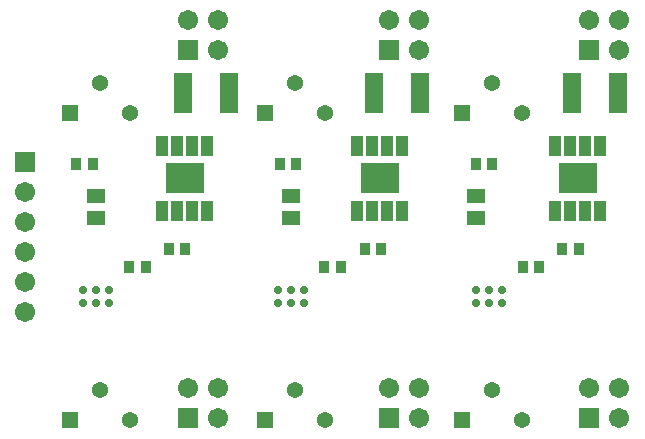
<source format=gts>
G04*
G04 #@! TF.GenerationSoftware,Altium Limited,Altium Designer,18.0.9 (584)*
G04*
G04 Layer_Color=8388736*
%FSLAX43Y43*%
%MOMM*%
G71*
G01*
G75*
%ADD16R,0.923X1.083*%
%ADD17R,1.503X3.453*%
%ADD18R,1.603X1.253*%
%ADD19R,1.003X1.703*%
%ADD20R,3.303X2.613*%
%ADD21C,1.371*%
%ADD22R,1.371X1.371*%
%ADD23C,1.703*%
%ADD24R,1.703X1.703*%
%ADD25R,1.703X1.703*%
%ADD26C,0.703*%
D16*
X25310Y23750D02*
D03*
X26690D02*
D03*
X17290Y16500D02*
D03*
X15910D02*
D03*
X8060Y23750D02*
D03*
X9440D02*
D03*
X12560Y15000D02*
D03*
X13940D02*
D03*
X32510Y16500D02*
D03*
X33890D02*
D03*
X30440Y15000D02*
D03*
X29060D02*
D03*
X50590Y16500D02*
D03*
X49210D02*
D03*
X41860Y23750D02*
D03*
X43240D02*
D03*
X45860Y15000D02*
D03*
X47240D02*
D03*
D17*
X20950Y29750D02*
D03*
X17050D02*
D03*
X53950Y29750D02*
D03*
X50050D02*
D03*
X37200Y29750D02*
D03*
X33300D02*
D03*
D18*
X41900Y19125D02*
D03*
Y20975D02*
D03*
X26250Y19125D02*
D03*
Y20975D02*
D03*
X9750Y19125D02*
D03*
Y20975D02*
D03*
D19*
X31845Y19750D02*
D03*
X33115D02*
D03*
X34385D02*
D03*
X35655D02*
D03*
X31845Y25250D02*
D03*
X33115D02*
D03*
X34385D02*
D03*
X35655D02*
D03*
X15345Y19750D02*
D03*
X16615D02*
D03*
X17885D02*
D03*
X19155D02*
D03*
X15345Y25250D02*
D03*
X16615D02*
D03*
X17885D02*
D03*
X19155D02*
D03*
X48595Y19750D02*
D03*
X49865D02*
D03*
X51135D02*
D03*
X52405D02*
D03*
X48595Y25250D02*
D03*
X49865D02*
D03*
X51135D02*
D03*
X52405D02*
D03*
D20*
X33750Y22500D02*
D03*
X17250Y22500D02*
D03*
X50500Y22500D02*
D03*
D21*
X43290Y4540D02*
D03*
X45830Y2000D02*
D03*
X12580Y28000D02*
D03*
X10040Y30540D02*
D03*
X26540Y4540D02*
D03*
X29080Y2000D02*
D03*
X10040Y4540D02*
D03*
X12580Y2000D02*
D03*
X26540Y30540D02*
D03*
X29080Y28000D02*
D03*
X43290Y30540D02*
D03*
X45830Y28000D02*
D03*
D22*
X40750Y2000D02*
D03*
X7500Y28000D02*
D03*
X24000Y2000D02*
D03*
X7500Y2000D02*
D03*
X24000Y28000D02*
D03*
X40750D02*
D03*
D23*
X20040Y4727D02*
D03*
Y2187D02*
D03*
X17500Y4727D02*
D03*
X54040Y4727D02*
D03*
Y2187D02*
D03*
X51500Y4727D02*
D03*
X37040D02*
D03*
Y2187D02*
D03*
X34500Y4727D02*
D03*
X54040Y35890D02*
D03*
Y33350D02*
D03*
X51500Y35890D02*
D03*
X37040D02*
D03*
Y33350D02*
D03*
X34500Y35890D02*
D03*
X20040D02*
D03*
Y33350D02*
D03*
X17500Y35890D02*
D03*
X3750Y21310D02*
D03*
Y18770D02*
D03*
Y16230D02*
D03*
Y13690D02*
D03*
Y11150D02*
D03*
D24*
X17500Y2187D02*
D03*
X51500Y2187D02*
D03*
X34500D02*
D03*
X51500Y33350D02*
D03*
X34500D02*
D03*
X17500D02*
D03*
D25*
X3750Y23850D02*
D03*
D26*
X10850Y13050D02*
D03*
X9750D02*
D03*
X41900Y11950D02*
D03*
X43000Y13050D02*
D03*
Y11950D02*
D03*
X25150D02*
D03*
X10850Y11950D02*
D03*
X9750D02*
D03*
X8650D02*
D03*
X16150Y23050D02*
D03*
X17250D02*
D03*
X32650Y21950D02*
D03*
Y23050D02*
D03*
X33750Y21950D02*
D03*
Y23050D02*
D03*
X34850Y21950D02*
D03*
Y23050D02*
D03*
X16150Y21950D02*
D03*
X17250D02*
D03*
X18350D02*
D03*
Y23050D02*
D03*
X8650Y13050D02*
D03*
X25150Y13050D02*
D03*
X26250D02*
D03*
Y11950D02*
D03*
X27350Y13050D02*
D03*
Y11950D02*
D03*
X41900Y13050D02*
D03*
X44100D02*
D03*
Y11950D02*
D03*
X49400Y21950D02*
D03*
Y23050D02*
D03*
X50500Y21950D02*
D03*
Y23050D02*
D03*
X51600Y21950D02*
D03*
Y23050D02*
D03*
M02*

</source>
